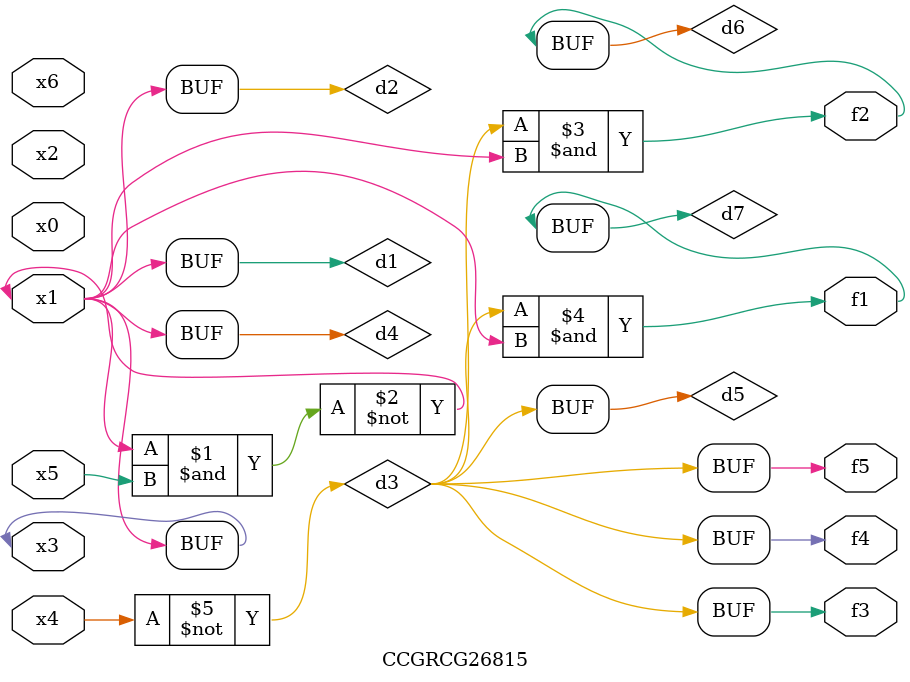
<source format=v>
module CCGRCG26815(
	input x0, x1, x2, x3, x4, x5, x6,
	output f1, f2, f3, f4, f5
);

	wire d1, d2, d3, d4, d5, d6, d7;

	buf (d1, x1, x3);
	nand (d2, x1, x5);
	not (d3, x4);
	buf (d4, d1, d2);
	buf (d5, d3);
	and (d6, d3, d4);
	and (d7, d3, d4);
	assign f1 = d7;
	assign f2 = d6;
	assign f3 = d5;
	assign f4 = d5;
	assign f5 = d5;
endmodule

</source>
